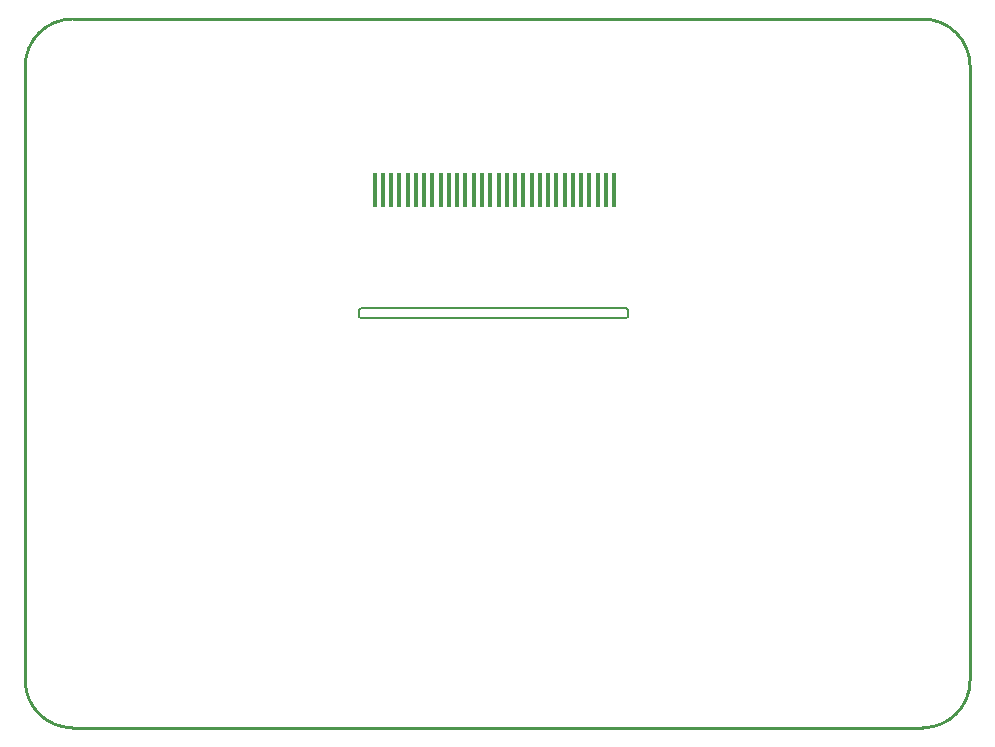
<source format=gbp>
G04*
G04 #@! TF.GenerationSoftware,Altium Limited,Altium Designer,18.1.9 (240)*
G04*
G04 Layer_Color=128*
%FSLAX25Y25*%
%MOIN*%
G70*
G01*
G75*
%ADD10C,0.01000*%
%ADD18C,0.00600*%
%ADD96R,0.01535X0.11811*%
D10*
X299720Y1236D02*
G03*
X315480Y16978I9J15751D01*
G01*
X315480Y221709D02*
G03*
X299720Y237457I-15754J-6D01*
G01*
X16319D02*
G03*
X520Y221709I-26J-15774D01*
G01*
X520Y16937D02*
G03*
X16268Y1236I15725J23D01*
G01*
X520Y16937D02*
Y221709D01*
X16319Y237457D02*
X299720D01*
X315480Y16978D02*
Y222236D01*
X16268Y1236D02*
X299720D01*
D18*
X201307Y138244D02*
Y140618D01*
X111937Y138244D02*
Y140606D01*
Y138244D02*
X112331Y137850D01*
X200913D01*
X201307Y138244D01*
X200925Y141000D02*
X201307Y140618D01*
X112331Y141000D02*
X200925D01*
X111937Y140606D02*
X112331Y141000D01*
D96*
X116957Y180336D02*
D03*
X119713D02*
D03*
X122469D02*
D03*
X125225D02*
D03*
X127981D02*
D03*
X130737D02*
D03*
X133493D02*
D03*
X136248D02*
D03*
X139004D02*
D03*
X141760D02*
D03*
X144516D02*
D03*
X147272D02*
D03*
X150028D02*
D03*
X152784D02*
D03*
X155540D02*
D03*
X158296D02*
D03*
X196878D02*
D03*
X194123D02*
D03*
X191367D02*
D03*
X188611D02*
D03*
X185855D02*
D03*
X183099D02*
D03*
X180343D02*
D03*
X177587D02*
D03*
X174831D02*
D03*
X172075D02*
D03*
X169319D02*
D03*
X166563D02*
D03*
X163808D02*
D03*
X161052D02*
D03*
M02*

</source>
